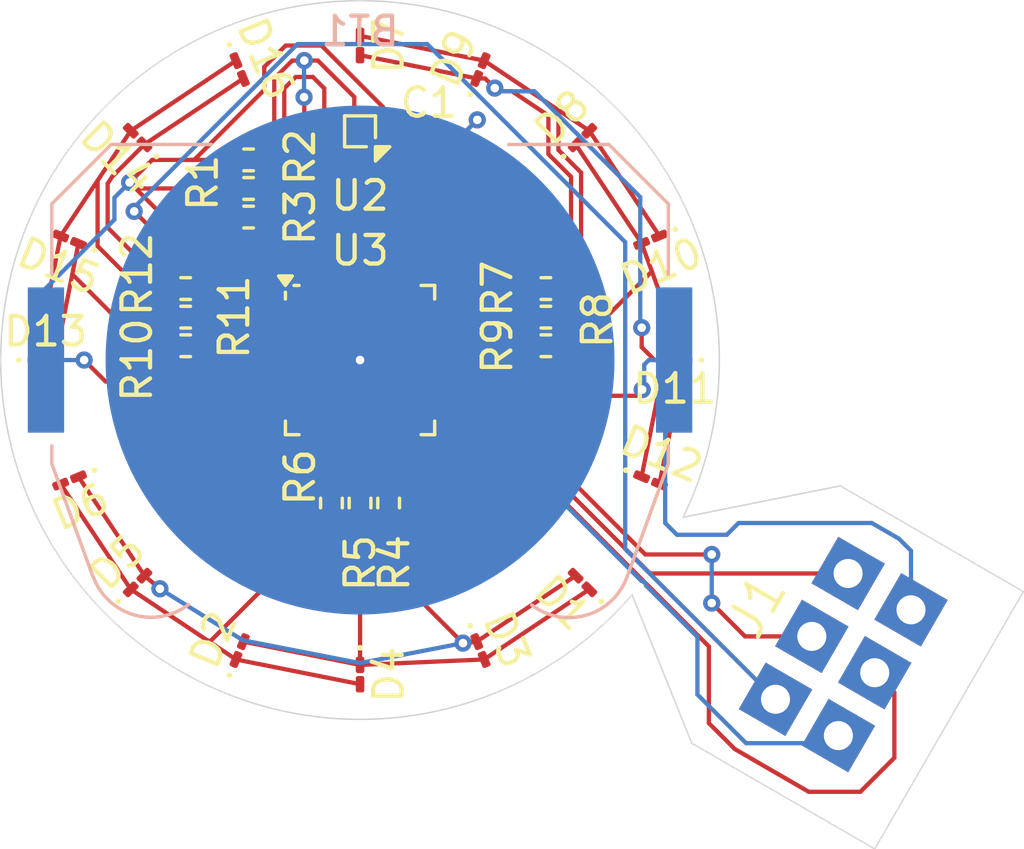
<source format=kicad_pcb>
(kicad_pcb (version 20241229) (generator "pcbnew") (generator_version "9.0")
  (layers (0 "F.Cu" signal) (2 "B.Cu" signal) (13 "F.Paste" user) (15 "B.Paste" user) (5 "F.SilkS" user "F.Silkscreen") (7 "B.SilkS" user "B.Silkscreen") (1 "F.Mask" user) (3 "B.Mask" user) (25 "Edge.Cuts" user))
  (net 0 "")
  (net 1 "GND")
  (net 2 "+3V0")
  (net 3 "Net-(D1-K)")
  (net 4 "Net-(D1-A)")
  (net 5 "Net-(D2-K)")
  (net 6 "Net-(D11-A)")
  (net 7 "Net-(D10-K)")
  (net 8 "Net-(D10-A)")
  (net 9 "Net-(D13-A)")
  (net 10 "Net-(D13-K)")
  (net 11 "Net-(D14-K)")
  (net 12 "/Reset")
  (net 13 "/Mosi")
  (net 14 "/Sck")
  (net 15 "/Miso")
  (net 16 "Net-(U2-SCL)")
  (net 17 "Net-(U2-SDA)")
  (net 18 "/CP3")
  (net 19 "/CP2")
  (net 20 "/CP1")
  (net 21 "/CP6")
  (net 22 "/CP5")
  (net 23 "/CP4")
  (net 24 "/CP9")
  (net 25 "/CP8")
  (net 26 "/CP7")
  (footprint "Package_DFN_QFN:QFN-32-1EP_5x5mm_P0.5mm_EP3.1x3.1mm" (layer "F.Cu") (at 100 100)
    (property "Reference" "U3" (at 0 -3.83 0) (layer "F.SilkS"))
    (property "Value" "ATmega328P-M")
    (fp_line (start -2.61 -2.135) (end -2.61 -2.37) (stroke (width 0.12)) (layer "F.SilkS"))
    (fp_line (start -2.61 2.61) (end -2.61 2.135) (stroke (width 0.12)) (layer "F.SilkS"))
    (fp_line (start -2.135 -2.61) (end -2.31 -2.61) (stroke (width 0.12)) (layer "F.SilkS"))
    (fp_line (start -2.135 2.61) (end -2.61 2.61) (stroke (width 0.12)) (layer "F.SilkS"))
    (fp_line (start 2.135 -2.61) (end 2.61 -2.61) (stroke (width 0.12)) (layer "F.SilkS"))
    (fp_line (start 2.135 2.61) (end 2.61 2.61) (stroke (width 0.12)) (layer "F.SilkS"))
    (fp_line (start 2.61 -2.61) (end 2.61 -2.135) (stroke (width 0.12)) (layer "F.SilkS"))
    (fp_line (start 2.61 2.61) (end 2.61 2.135) (stroke (width 0.12)) (layer "F.SilkS"))
    (fp_poly (pts (xy -2.61 -2.61) (xy -2.85 -2.94) (xy -2.37 -2.94)) (stroke (width 0.12)) (fill yes) (layer "F.SilkS"))
    (pad "1" smd roundrect (at -2.4375 -1.75) (size 0.875 0.25) (layers "F.Cu" "F.Mask" "F.Paste"))
    (pad "2" smd roundrect (at -2.4375 -1.25) (size 0.875 0.25) (layers "F.Cu" "F.Mask" "F.Paste"))
    (pad "3" smd roundrect (at -2.4375 -0.75) (size 0.875 0.25) (layers "F.Cu" "F.Mask" "F.Paste") (net 1 "GND"))
    (pad "4" smd roundrect (at -2.4375 -0.25) (size 0.875 0.25) (layers "F.Cu" "F.Mask" "F.Paste") (net 2 "+3V0"))
    (pad "5" smd roundrect (at -2.4375 0.25) (size 0.875 0.25) (layers "F.Cu" "F.Mask" "F.Paste") (net 1 "GND"))
    (pad "6" smd roundrect (at -2.4375 0.75) (size 0.875 0.25) (layers "F.Cu" "F.Mask" "F.Paste") (net 2 "+3V0"))
    (pad "7" smd roundrect (at -2.4375 1.25) (size 0.875 0.25) (layers "F.Cu" "F.Mask" "F.Paste"))
    (pad "8" smd roundrect (at -2.4375 1.75) (size 0.875 0.25) (layers "F.Cu" "F.Mask" "F.Paste"))
    (pad "9" smd roundrect (at -1.75 2.4375) (size 0.25 0.875) (layers "F.Cu" "F.Mask" "F.Paste") (net 20 "/CP1"))
    (pad "10" smd roundrect (at -1.25 2.4375) (size 0.25 0.875) (layers "F.Cu" "F.Mask" "F.Paste") (net 19 "/CP2"))
    (pad "11" smd roundrect (at -0.75 2.4375) (size 0.25 0.875) (layers "F.Cu" "F.Mask" "F.Paste") (net 18 "/CP3"))
    (pad "12" smd roundrect (at -0.25 2.4375) (size 0.25 0.875) (layers "F.Cu" "F.Mask" "F.Paste"))
    (pad "13" smd roundrect (at 0.25 2.4375) (size 0.25 0.875) (layers "F.Cu" "F.Mask" "F.Paste"))
    (pad "14" smd roundrect (at 0.75 2.4375) (size 0.25 0.875) (layers "F.Cu" "F.Mask" "F.Paste"))
    (pad "15" smd roundrect (at 1.25 2.4375) (size 0.25 0.875) (layers "F.Cu" "F.Mask" "F.Paste") (net 13 "/Mosi"))
    (pad "16" smd roundrect (at 1.75 2.4375) (size 0.25 0.875) (layers "F.Cu" "F.Mask" "F.Paste") (net 15 "/Miso"))
    (pad "17" smd roundrect (at 2.4375 1.75) (size 0.875 0.25) (layers "F.Cu" "F.Mask" "F.Paste") (net 14 "/Sck"))
    (pad "18" smd roundrect (at 2.4375 1.25) (size 0.875 0.25) (layers "F.Cu" "F.Mask" "F.Paste") (net 2 "+3V0"))
    (pad "19" smd roundrect (at 2.4375 0.75) (size 0.875 0.25) (layers "F.Cu" "F.Mask" "F.Paste"))
    (pad "20" smd roundrect (at 2.4375 0.25) (size 0.875 0.25) (layers "F.Cu" "F.Mask" "F.Paste"))
    (pad "21" smd roundrect (at 2.4375 -0.25) (size 0.875 0.25) (layers "F.Cu" "F.Mask" "F.Paste") (net 1 "GND"))
    (pad "22" smd roundrect (at 2.4375 -0.75) (size 0.875 0.25) (layers "F.Cu" "F.Mask" "F.Paste"))
    (pad "23" smd roundrect (at 2.4375 -1.25) (size 0.875 0.25) (layers "F.Cu" "F.Mask" "F.Paste") (net 23 "/CP4"))
    (pad "24" smd roundrect (at 2.4375 -1.75) (size 0.875 0.25) (layers "F.Cu" "F.Mask" "F.Paste") (net 22 "/CP5"))
    (pad "25" smd roundrect (at 1.75 -2.4375) (size 0.25 0.875) (layers "F.Cu" "F.Mask" "F.Paste") (net 21 "/CP6"))
    (pad "26" smd roundrect (at 1.25 -2.4375) (size 0.25 0.875) (layers "F.Cu" "F.Mask" "F.Paste"))
    (pad "27" smd roundrect (at 0.75 -2.4375) (size 0.25 0.875) (layers "F.Cu" "F.Mask" "F.Paste") (net 17 "Net-(U2-SDA)"))
    (pad "28" smd roundrect (at 0.25 -2.4375) (size 0.25 0.875) (layers "F.Cu" "F.Mask" "F.Paste") (net 16 "Net-(U2-SCL)"))
    (pad "29" smd roundrect (at -0.25 -2.4375) (size 0.25 0.875) (layers "F.Cu" "F.Mask" "F.Paste") (net 12 "/Reset"))
    (pad "30" smd roundrect (at -0.75 -2.4375) (size 0.25 0.875) (layers "F.Cu" "F.Mask" "F.Paste") (net 26 "/CP7"))
    (pad "31" smd roundrect (at -1.25 -2.4375) (size 0.25 0.875) (layers "F.Cu" "F.Mask" "F.Paste") (net 25 "/CP8"))
    (pad "32" smd roundrect (at -1.75 -2.4375) (size 0.25 0.875) (layers "F.Cu" "F.Mask" "F.Paste") (net 24 "/CP9"))
    (pad "33" smd rect (at 0 0) (size 3.1 3.1) (property pad_prop_heatsink) (layers "F.Cu" "F.Mask") (net 1 "GND"))
  )
  (footprint "LED_SMD:LED_01005_0402Metric_Pad0.57x0.30mm_HandSolder" (layer "F.Cu") (at 89.84 95.79 157.5)
    (property "Reference" "D15" (at -0.000001 -1 157.5) (layer "F.SilkS"))
    (property "Value" "LED")
    (fp_circle (center -0.935 0) (end -0.885 0) (stroke (width 0.1)) (fill no) (layer "F.SilkS"))
    (pad "1" smd roundrect (at -0.3375 0 157.5) (size 0.575 0.3) (layers "F.Cu" "F.Mask") (net 9 "Net-(D13-A)"))
    (pad "2" smd roundrect (at 0.3375 0 157.5) (size 0.575 0.3) (layers "F.Cu" "F.Mask") (net 10 "Net-(D13-K)"))
  )
  (footprint "LED_SMD:LED_01005_0402Metric_Pad0.57x0.30mm_HandSolder" (layer "F.Cu") (at 104.21 110.16 -67.5)
    (property "Reference" "D3" (at 0.000001 -1 112.5) (layer "F.SilkS"))
    (property "Value" "LED")
    (fp_circle (center -0.935 0) (end -0.885 0) (stroke (width 0.1)) (fill no) (layer "F.SilkS"))
    (pad "1" smd roundrect (at -0.3375 0 292.5) (size 0.575 0.3) (layers "F.Cu" "F.Mask") (net 4 "Net-(D1-A)"))
    (pad "2" smd roundrect (at 0.3375 0 292.5) (size 0.575 0.3) (layers "F.Cu" "F.Mask") (net 3 "Net-(D1-K)"))
  )
  (footprint "LED_SMD:LED_01005_0402Metric_Pad0.57x0.30mm_HandSolder" (layer "F.Cu") (at 110.16 104.21 -22.5)
    (property "Reference" "D12" (at -0.000001 -1 157.5) (layer "F.SilkS"))
    (property "Value" "LED")
    (fp_circle (center -0.935 0) (end -0.885 0) (stroke (width 0.1)) (fill no) (layer "F.SilkS"))
    (pad "1" smd roundrect (at -0.3375 0 337.5) (size 0.575 0.3) (layers "F.Cu" "F.Mask") (net 6 "Net-(D11-A)"))
    (pad "2" smd roundrect (at 0.3375 0 337.5) (size 0.575 0.3) (layers "F.Cu" "F.Mask") (net 8 "Net-(D10-A)"))
  )
  (footprint "Resistor_SMD:R_0402_1005Metric_Pad0.72x0.64mm_HandSolder" (layer "F.Cu") (at 106.5 97.5 180)
    (property "Reference" "R7" (at 1.7 0 90) (layer "F.SilkS"))
    (property "Value" "120Ω")
    (fp_line (start -0.167621 0.38) (end 0.167621 0.38) (stroke (width 0.12)) (layer "F.SilkS"))
    (fp_line (start -0.167621 -0.38) (end 0.167621 -0.38) (stroke (width 0.12)) (layer "F.SilkS"))
    (pad "1" smd roundrect (at -0.5975 0 180) (size 0.715 0.64) (layers "F.Cu" "F.Mask" "F.Paste") (net 6 "Net-(D11-A)"))
    (pad "2" smd roundrect (at 0.5975 0 180) (size 0.715 0.64) (layers "F.Cu" "F.Mask" "F.Paste") (net 21 "/CP6"))
  )
  (footprint "LED_SMD:LED_01005_0402Metric_Pad0.57x0.30mm_HandSolder" (layer "F.Cu") (at 89.84 104.21 -157.5)
    (property "Reference" "D6" (at 0.000001 -1 22.5) (layer "F.SilkS"))
    (property "Value" "LED")
    (fp_circle (center -0.935 0) (end -0.885 0) (stroke (width 0.1)) (fill no) (layer "F.SilkS"))
    (pad "1" smd roundrect (at -0.3375 0 202.5) (size 0.575 0.3) (layers "F.Cu" "F.Mask") (net 4 "Net-(D1-A)"))
    (pad "2" smd roundrect (at 0.3375 0 202.5) (size 0.575 0.3) (layers "F.Cu" "F.Mask") (net 5 "Net-(D2-K)"))
  )
  (footprint "LED_SMD:LED_01005_0402Metric_Pad0.57x0.30mm_HandSolder" (layer "F.Cu") (at 111 100 180)
    (property "Reference" "D11" (at 0 -1 0) (layer "F.SilkS"))
    (property "Value" "LED")
    (fp_circle (center -0.935 0) (end -0.885 0) (stroke (width 0.1)) (fill no) (layer "F.SilkS"))
    (pad "1" smd roundrect (at -0.3375 0 180) (size 0.575 0.3) (layers "F.Cu" "F.Mask") (net 8 "Net-(D10-A)"))
    (pad "2" smd roundrect (at 0.3375 0 180) (size 0.575 0.3) (layers "F.Cu" "F.Mask") (net 6 "Net-(D11-A)"))
  )
  (footprint "LED_SMD:LED_01005_0402Metric_Pad0.57x0.30mm_HandSolder" (layer "F.Cu") (at 100 89 -90)
    (property "Reference" "D7" (at 0 -1 90) (layer "F.SilkS"))
    (property "Value" "LED")
    (fp_circle (center -0.935 0) (end -0.885 0) (stroke (width 0.1)) (fill no) (layer "F.SilkS"))
    (pad "1" smd roundrect (at -0.3375 0 270) (size 0.575 0.3) (layers "F.Cu" "F.Mask") (net 7 "Net-(D10-K)"))
    (pad "2" smd roundrect (at 0.3375 0 270) (size 0.575 0.3) (layers "F.Cu" "F.Mask") (net 6 "Net-(D11-A)"))
  )
  (footprint "LED_SMD:LED_01005_0402Metric_Pad0.57x0.30mm_HandSolder" (layer "F.Cu") (at 89 100)
    (property "Reference" "D13" (at 0 -1 0) (layer "F.SilkS"))
    (property "Value" "LED")
    (fp_circle (center -0.935 0) (end -0.885 0) (stroke (width 0.1)) (fill no) (layer "F.SilkS"))
    (pad "1" smd roundrect (at -0.3375 0) (size 0.575 0.3) (layers "F.Cu" "F.Mask") (net 10 "Net-(D13-K)"))
    (pad "2" smd roundrect (at 0.3375 0) (size 0.575 0.3) (layers "F.Cu" "F.Mask") (net 9 "Net-(D13-A)"))
  )
  (footprint "LED_SMD:LED_01005_0402Metric_Pad0.57x0.30mm_HandSolder" (layer "F.Cu") (at 107.78 92.22 45)
    (property "Reference" "D8" (at 0 -1 45) (layer "F.SilkS"))
    (property "Value" "LED")
    (fp_circle (center -0.935 0) (end -0.885001 0) (stroke (width 0.1)) (fill no) (layer "F.SilkS"))
    (pad "1" smd roundrect (at -0.337501 0 45) (size 0.575 0.3) (layers "F.Cu" "F.Mask") (net 8 "Net-(D10-A)"))
    (pad "2" smd roundrect (at 0.337501 0 45) (size 0.575 0.3) (layers "F.Cu" "F.Mask") (net 7 "Net-(D10-K)"))
  )
  (footprint "Resistor_SMD:R_0402_1005Metric_Pad0.72x0.64mm_HandSolder" (layer "F.Cu") (at 96.1025 94 180)
    (property "Reference" "R1" (at 1.6025 0.2 90) (layer "F.SilkS"))
    (property "Value" "10KΩ")
    (fp_line (start -0.167621 0.38) (end 0.167621 0.38) (stroke (width 0.12)) (layer "F.SilkS"))
    (fp_line (start -0.167621 -0.38) (end 0.167621 -0.38) (stroke (width 0.12)) (layer "F.SilkS"))
    (pad "1" smd roundrect (at -0.5975 0 180) (size 0.715 0.64) (layers "F.Cu" "F.Mask" "F.Paste") (net 16 "Net-(U2-SCL)"))
    (pad "2" smd roundrect (at 0.5975 0 180) (size 0.715 0.64) (layers "F.Cu" "F.Mask" "F.Paste") (net 2 "+3V0"))
  )
  (footprint "Resistor_SMD:R_0402_1005Metric_Pad0.72x0.64mm_HandSolder" (layer "F.Cu") (at 100 105 90)
    (property "Reference" "R5" (at -2.1 0 90) (layer "F.SilkS"))
    (property "Value" "120Ω")
    (fp_line (start -0.167621 -0.38) (end 0.167621 -0.38) (stroke (width 0.12)) (layer "F.SilkS"))
    (fp_line (start -0.167621 0.38) (end 0.167621 0.38) (stroke (width 0.12)) (layer "F.SilkS"))
    (pad "1" smd roundrect (at -0.5975 0 90) (size 0.715 0.64) (layers "F.Cu" "F.Mask" "F.Paste") (net 3 "Net-(D1-K)"))
    (pad "2" smd roundrect (at 0.5975 0 90) (size 0.715 0.64) (layers "F.Cu" "F.Mask" "F.Paste") (net 19 "/CP2"))
  )
  (footprint "Resistor_SMD:R_0402_1005Metric_Pad0.72x0.64mm_HandSolder" (layer "F.Cu") (at 93.9025 99.5)
    (property "Reference" "R10" (at -1.7025 0.5 90) (layer "F.SilkS"))
    (property "Value" "120Ω")
    (fp_line (start -0.167621 -0.38) (end 0.167621 -0.38) (stroke (width 0.12)) (layer "F.SilkS"))
    (fp_line (start -0.167621 0.38) (end 0.167621 0.38) (stroke (width 0.12)) (layer "F.SilkS"))
    (pad "1" smd roundrect (at -0.5975 0) (size 0.715 0.64) (layers "F.Cu" "F.Mask" "F.Paste") (net 9 "Net-(D13-A)"))
    (pad "2" smd roundrect (at 0.5975 0) (size 0.715 0.64) (layers "F.Cu" "F.Mask" "F.Paste") (net 24 "/CP9"))
  )
  (footprint "LED_SMD:LED_01005_0402Metric_Pad0.57x0.30mm_HandSolder" (layer "F.Cu") (at 92.22 107.78 45)
    (property "Reference" "D5" (at 0 -1 45) (layer "F.SilkS"))
    (property "Value" "LED")
    (fp_circle (center -0.935 0) (end -0.885001 0) (stroke (width 0.1)) (fill no) (layer "F.SilkS"))
    (pad "1" smd roundrect (at -0.337501 0 45) (size 0.575 0.3) (layers "F.Cu" "F.Mask") (net 5 "Net-(D2-K)"))
    (pad "2" smd roundrect (at 0.337501 0 45) (size 0.575 0.3) (layers "F.Cu" "F.Mask") (net 4 "Net-(D1-A)"))
  )
  (footprint "Package_BGA:WLP-4_0.86x0.86mm_P0.4mm" (layer "F.Cu") (at 100 92 180)
    (property "Reference" "U2" (at 0 -2.25 0) (layer "F.SilkS"))
    (property "Value" "MMC5633NJL" (hide yes))
    (fp_line (start 0.54 0.54) (end 0.54 -0.54) (stroke (width 0.12)) (layer "F.SilkS"))
    (fp_line (start -0.22 -0.54) (end 0.54 -0.54) (stroke (width 0.12)) (layer "F.SilkS"))
    (fp_line (start -0.54 0.54) (end 0.54 0.54) (stroke (width 0.12)) (layer "F.SilkS"))
    (fp_line (start -0.54 -0.22) (end -0.54 0.54) (stroke (width 0.12)) (layer "F.SilkS"))
    (fp_poly (pts (xy -0.54 -0.54) (xy -1.04 -0.54) (xy -0.54 -1.04) (xy -0.54 -0.54)) (stroke (width 0.12)) (fill yes) (layer "F.SilkS"))
    (pad "A1" smd circle (at -0.2 -0.2 180) (size 0.25 0.25) (property pad_prop_bga) (layers "F.Cu" "F.Mask" "F.Paste") (net 1 "GND"))
    (pad "A2" smd circle (at 0.2 -0.2 180) (size 0.25 0.25) (property pad_prop_bga) (layers "F.Cu" "F.Mask" "F.Paste") (net 16 "Net-(U2-SCL)"))
    (pad "B1" smd circle (at -0.2 0.2 180) (size 0.25 0.25) (property pad_prop_bga) (layers "F.Cu" "F.Mask" "F.Paste") (net 2 "+3V0"))
    (pad "B2" smd circle (at 0.2 0.2 180) (size 0.25 0.25) (property pad_prop_bga) (layers "F.Cu" "F.Mask" "F.Paste") (net 17 "Net-(U2-SDA)"))
  )
  (footprint "LED_SMD:LED_01005_0402Metric_Pad0.57x0.30mm_HandSolder" (layer "F.Cu") (at 107.78 107.78 135)
    (property "Reference" "D1" (at 0 -1 135) (layer "F.SilkS"))
    (property "Value" "LED")
    (fp_circle (center -0.935 0) (end -0.885001 0) (stroke (width 0.1)) (fill no) (layer "F.SilkS"))
    (pad "1" smd roundrect (at -0.337501 0 135) (size 0.575 0.3) (layers "F.Cu" "F.Mask") (net 3 "Net-(D1-K)"))
    (pad "2" smd roundrect (at 0.337501 0 135) (size 0.575 0.3) (layers "F.Cu" "F.Mask") (net 4 "Net-(D1-A)"))
  )
  (footprint "Resistor_SMD:R_0402_1005Metric_Pad0.72x0.64mm_HandSolder" (layer "F.Cu") (at 106.5 98.5 180)
    (property "Reference" "R8" (at -1.8 -0.1 90) (layer "F.SilkS"))
    (property "Value" "120Ω")
    (fp_line (start -0.167621 0.38) (end 0.167621 0.38) (stroke (width 0.12)) (layer "F.SilkS"))
    (fp_line (start -0.167621 -0.38) (end 0.167621 -0.38) (stroke (width 0.12)) (layer "F.SilkS"))
    (pad "1" smd roundrect (at -0.5975 0 180) (size 0.715 0.64) (layers "F.Cu" "F.Mask" "F.Paste") (net 7 "Net-(D10-K)"))
    (pad "2" smd roundrect (at 0.5975 0 180) (size 0.715 0.64) (layers "F.Cu" "F.Mask" "F.Paste") (net 22 "/CP5"))
  )
  (footprint "Resistor_SMD:R_0402_1005Metric_Pad0.72x0.64mm_HandSolder" (layer "F.Cu") (at 93.9025 98.5)
    (property "Reference" "R11" (at 1.6975 0 90) (layer "F.SilkS"))
    (property "Value" "120Ω")
    (fp_line (start -0.167621 -0.38) (end 0.167621 -0.38) (stroke (width 0.12)) (layer "F.SilkS"))
    (fp_line (start -0.167621 0.38) (end 0.167621 0.38) (stroke (width 0.12)) (layer "F.SilkS"))
    (pad "1" smd roundrect (at -0.5975 0) (size 0.715 0.64) (layers "F.Cu" "F.Mask" "F.Paste") (net 10 "Net-(D13-K)"))
    (pad "2" smd roundrect (at 0.5975 0) (size 0.715 0.64) (layers "F.Cu" "F.Mask" "F.Paste") (net 25 "/CP8"))
  )
  (footprint "LED_SMD:LED_01005_0402Metric_Pad0.57x0.30mm_HandSolder" (layer "F.Cu") (at 100 111 -90)
    (property "Reference" "D4" (at 0 -1 90) (layer "F.SilkS"))
    (property "Value" "LED")
    (fp_circle (center -0.935 0) (end -0.885 0) (stroke (width 0.1)) (fill no) (layer "F.SilkS"))
    (pad "1" smd roundrect (at -0.3375 0 270) (size 0.575 0.3) (layers "F.Cu" "F.Mask") (net 3 "Net-(D1-K)"))
    (pad "2" smd roundrect (at 0.3375 0 270) (size 0.575 0.3) (layers "F.Cu" "F.Mask") (net 5 "Net-(D2-K)"))
  )
  (footprint "LED_SMD:LED_01005_0402Metric_Pad0.57x0.30mm_HandSolder" (layer "F.Cu") (at 92.22 92.22 135)
    (property "Reference" "D14" (at 0 -1 135) (layer "F.SilkS"))
    (property "Value" "LED")
    (fp_circle (center -0.935 0) (end -0.885001 0) (stroke (width 0.1)) (fill no) (layer "F.SilkS"))
    (pad "1" smd roundrect (at -0.337501 0 135) (size 0.575 0.3) (layers "F.Cu" "F.Mask") (net 11 "Net-(D14-K)"))
    (pad "2" smd roundrect (at 0.337501 0 135) (size 0.575 0.3) (layers "F.Cu" "F.Mask") (net 10 "Net-(D13-K)"))
  )
  (footprint "Resistor_SMD:R_0402_1005Metric_Pad0.72x0.64mm_HandSolder" (layer "F.Cu") (at 93.9025 97.5)
    (property "Reference" "R12" (at -1.7025 -0.5 90) (layer "F.SilkS"))
    (property "Value" "120Ω")
    (fp_line (start -0.167621 -0.38) (end 0.167621 -0.38) (stroke (width 0.12)) (layer "F.SilkS"))
    (fp_line (start -0.167621 0.38) (end 0.167621 0.38) (stroke (width 0.12)) (layer "F.SilkS"))
    (pad "1" smd roundrect (at -0.5975 0) (size 0.715 0.64) (layers "F.Cu" "F.Mask" "F.Paste") (net 11 "Net-(D14-K)"))
    (pad "2" smd roundrect (at 0.5975 0) (size 0.715 0.64) (layers "F.Cu" "F.Mask" "F.Paste") (net 26 "/CP7"))
  )
  (footprint "Resistor_SMD:R_0402_1005Metric_Pad0.72x0.64mm_HandSolder" (layer "F.Cu") (at 99 105 90)
    (property "Reference" "R6" (at 0.9 -1.1 270) (layer "F.SilkS"))
    (property "Value" "120Ω")
    (fp_line (start -0.167621 -0.38) (end 0.167621 -0.38) (stroke (width 0.12)) (layer "F.SilkS"))
    (fp_line (start -0.167621 0.38) (end 0.167621 0.38) (stroke (width 0.12)) (layer "F.SilkS"))
    (pad "1" smd roundrect (at -0.5975 0 90) (size 0.715 0.64) (layers "F.Cu" "F.Mask" "F.Paste") (net 5 "Net-(D2-K)"))
    (pad "2" smd roundrect (at 0.5975 0 90) (size 0.715 0.64) (layers "F.Cu" "F.Mask" "F.Paste") (net 20 "/CP1"))
  )
  (footprint "LED_SMD:LED_01005_0402Metric_Pad0.57x0.30mm_HandSolder" (layer "F.Cu") (at 104.21 89.84 67.5)
    (property "Reference" "D9" (at 0 -1.000001 67.5) (layer "F.SilkS"))
    (property "Value" "LED")
    (fp_circle (center -0.935 0) (end -0.884999 0.000001) (stroke (width 0.1)) (fill no) (layer "F.SilkS"))
    (pad "1" smd roundrect (at -0.337499 0 67.5) (size 0.575 0.3) (layers "F.Cu" "F.Mask") (net 6 "Net-(D11-A)"))
    (pad "2" smd roundrect (at 0.337499 0 67.5) (size 0.575 0.3) (layers "F.Cu" "F.Mask") (net 7 "Net-(D10-K)"))
  )
  (footprint "LED_SMD:LED_01005_0402Metric_Pad0.57x0.30mm_HandSolder" (layer "F.Cu") (at 110.16 95.79 -157.5)
    (property "Reference" "D10" (at 0.000001 -1 22.5) (layer "F.SilkS"))
    (property "Value" "LED")
    (fp_circle (center -0.935 0) (end -0.885 0) (stroke (width 0.1)) (fill no) (layer "F.SilkS"))
    (pad "1" smd roundrect (at -0.3375 0 202.5) (size 0.575 0.3) (layers "F.Cu" "F.Mask") (net 7 "Net-(D10-K)"))
    (pad "2" smd roundrect (at 0.3375 0 202.5) (size 0.575 0.3) (layers "F.Cu" "F.Mask") (net 8 "Net-(D10-A)"))
  )
  (footprint "Resistor_SMD:R_0402_1005Metric_Pad0.72x0.64mm_HandSolder" (layer "F.Cu") (at 101 105 90)
    (property "Reference" "R4" (at -2.1 0.2 90) (layer "F.SilkS"))
    (property "Value" "120Ω")
    (fp_line (start -0.167621 -0.38) (end 0.167621 -0.38) (stroke (width 0.12)) (layer "F.SilkS"))
    (fp_line (start -0.167621 0.38) (end 0.167621 0.38) (stroke (width 0.12)) (layer "F.SilkS"))
    (pad "1" smd roundrect (at -0.5975 0 90) (size 0.715 0.64) (layers "F.Cu" "F.Mask" "F.Paste") (net 4 "Net-(D1-A)"))
    (pad "2" smd roundrect (at 0.5975 0 90) (size 0.715 0.64) (layers "F.Cu" "F.Mask" "F.Paste") (net 18 "/CP3"))
  )
  (footprint "LED_SMD:LED_01005_0402Metric_Pad0.57x0.30mm_HandSolder" (layer "F.Cu") (at 95.79 89.84 -67.5)
    (property "Reference" "D16" (at 0.000001 -1 112.5) (layer "F.SilkS"))
    (property "Value" "LED")
    (fp_circle (center -0.935 0) (end -0.885 0) (stroke (width 0.1)) (fill no) (layer "F.SilkS"))
    (pad "1" smd roundrect (at -0.3375 0 292.5) (size 0.575 0.3) (layers "F.Cu" "F.Mask") (net 10 "Net-(D13-K)"))
    (pad "2" smd roundrect (at 0.3375 0 292.5) (size 0.575 0.3) (layers "F.Cu" "F.Mask") (net 11 "Net-(D14-K)"))
  )
  (footprint "Resistor_SMD:R_0402_1005Metric_Pad0.72x0.64mm_HandSolder" (layer "F.Cu") (at 96.1025 93 180)
    (property "Reference" "R2" (at -1.7975 0.1 90) (layer "F.SilkS"))
    (property "Value" "10KΩ")
    (fp_line (start -0.167621 0.38) (end 0.167621 0.38) (stroke (width 0.12)) (layer "F.SilkS"))
    (fp_line (start -0.167621 -0.38) (end 0.167621 -0.38) (stroke (width 0.12)) (layer "F.SilkS"))
    (pad "1" smd roundrect (at -0.5975 0 180) (size 0.715 0.64) (layers "F.Cu" "F.Mask" "F.Paste") (net 17 "Net-(U2-SDA)"))
    (pad "2" smd roundrect (at 0.5975 0 180) (size 0.715 0.64) (layers "F.Cu" "F.Mask" "F.Paste") (net 2 "+3V0"))
  )
  (footprint "LED_SMD:LED_01005_0402Metric_Pad0.57x0.30mm_HandSolder" (layer "F.Cu") (at 95.79 110.16 67.5)
    (property "Reference" "D2" (at -0.000001 -1 67.5) (layer "F.SilkS"))
    (property "Value" "LED")
    (fp_circle (center -0.935 0) (end -0.885 0) (stroke (width 0.1)) (fill no) (layer "F.SilkS"))
    (pad "1" smd roundrect (at -0.3375 0 67.5) (size 0.575 0.3) (layers "F.Cu" "F.Mask") (net 5 "Net-(D2-K)"))
    (pad "2" smd roundrect (at 0.3375 0 67.5) (size 0.575 0.3) (layers "F.Cu" "F.Mask") (net 3 "Net-(D1-K)"))
  )
  (footprint "Resistor_SMD:R_0402_1005Metric_Pad0.72x0.64mm_HandSolder" (layer "F.Cu") (at 106.5 99.5 180)
    (property "Reference" "R9" (at 1.7 0 90) (layer "F.SilkS"))
    (property "Value" "120Ω")
    (fp_line (start -0.167621 0.38) (end 0.167621 0.38) (stroke (width 0.12)) (layer "F.SilkS"))
    (fp_line (start -0.167621 -0.38) (end 0.167621 -0.38) (stroke (width 0.12)) (layer "F.SilkS"))
    (pad "1" smd roundrect (at -0.5975 0 180) (size 0.715 0.64) (layers "F.Cu" "F.Mask" "F.Paste") (net 8 "Net-(D10-A)"))
    (pad "2" smd roundrect (at 0.5975 0 180) (size 0.715 0.64) (layers "F.Cu" "F.Mask" "F.Paste") (net 23 "/CP4"))
  )
  (footprint "Custom Library:2X3-NS" (layer "F.Cu") (at 116.9 110.3 -120)
    (property "Reference" "J1" (at 0.04 3.48 60) (layer "F.SilkS") (effects (font (size 1.27 1.27))))
    (property "Value" "AVR_SPI_PRG_6NS")
    (pad "1" thru_hole rect (at -2.540001 1.27 240) (size 1.8796 1.8796) (drill 1.016) (layers "*.Cu" "*.Mask") (net 15 "/Miso"))
    (pad "2" thru_hole rect (at -2.54 -1.27 240) (size 1.8796 1.8796) (drill 1.016) (layers "*.Cu" "*.Mask") (net 2 "+3V0"))
    (pad "3" thru_hole rect (at 0 1.270001 240) (size 1.8796 1.8796) (drill 1.016) (layers "*.Cu" "*.Mask") (net 14 "/Sck"))
    (pad "4" thru_hole rect (at 0 -1.270001 240) (size 1.8796 1.8796) (drill 1.016) (layers "*.Cu" "*.Mask") (net 13 "/Mosi"))
    (pad "5" thru_hole rect (at 2.54 1.27 240) (size 1.8796 1.8796) (drill 1.016) (layers "*.Cu" "*.Mask") (net 12 "/Reset"))
    (pad "6" thru_hole rect (at 2.540001 -1.27 240) (size 1.8796 1.8796) (drill 1.016) (layers "*.Cu" "*.Mask") (net 1 "GND"))
  )
  (footprint "Resistor_SMD:R_0402_1005Metric_Pad0.72x0.64mm_HandSolder" (layer "F.Cu") (at 96.1025 95 180)
    (property "Reference" "R3" (at -1.7975 0 90) (layer "F.SilkS"))
    (property "Value" "10KΩ")
    (fp_line (start -0.167621 0.38) (end 0.167621 0.38) (stroke (width 0.12)) (layer "F.SilkS"))
    (fp_line (start -0.167621 -0.38) (end 0.167621 -0.38) (stroke (width 0.12)) (layer "F.SilkS"))
    (pad "1" smd roundrect (at -0.5975 0 180) (size 0.715 0.64) (layers "F.Cu" "F.Mask" "F.Paste") (net 12 "/Reset"))
    (pad "2" smd roundrect (at 0.5975 0 180) (size 0.715 0.64) (layers "F.Cu" "F.Mask" "F.Paste") (net 2 "+3V0"))
  )
  (footprint "Capacitor_SMD:C_01005_0402Metric_Pad0.57x0.30mm_HandSolder" (layer "F.Cu") (at 102.4 92)
    (property "Reference" "C1" (at 0 -1 0) (layer "F.SilkS"))
    (property "Value" "2.2µF")
    (pad "1" smd roundrect (at -0.3375 0) (size 0.575 0.3) (layers "F.Cu" "F.Mask") (net 2 "+3V0"))
    (pad "2" smd roundrect (at 0.3375 0) (size 0.575 0.3) (layers "F.Cu" "F.Mask") (net 1 "GND"))
  )
  (footprint "Battery:BatteryHolder_Keystone_3034_1x20mm" (layer "B.Cu") (at 100 100 180)
    (property "Reference" "BT1" (at 0 11.5 0) (layer "B.SilkS") (effects (justify mirror)))
    (property "Value" "Battery_Cell")
    (fp_line (start 10.78 5.46) (end 10.78 3) (stroke (width 0.12)) (layer "B.SilkS"))
    (fp_line (start 10.78 -3) (end 10.78 -3.63) (stroke (width 0.12)) (layer "B.SilkS"))
    (fp_line (start 10.78 -3.63) (end 9.34 -7.58) (stroke (width 0.12)) (layer "B.SilkS"))
    (fp_line (start 8.7 7.54) (end 10.78 5.46) (stroke (width 0.12)) (layer "B.SilkS"))
    (fp_line (start 8.7 7.54) (end 5.2 7.54) (stroke (width 0.12)) (layer "B.SilkS"))
    (fp_line (start -5.2 7.54) (end -8.7 7.54) (stroke (width 0.12)) (layer "B.SilkS"))
    (fp_line (start -8.7 7.54) (end -10.78 5.46) (stroke (width 0.12)) (layer "B.SilkS"))
    (fp_line (start -10.78 5.46) (end -10.78 3) (stroke (width 0.12)) (layer "B.SilkS"))
    (fp_line (start -10.78 -3) (end -10.78 -3.63) (stroke (width 0.12)) (layer "B.SilkS"))
    (fp_line (start -10.78 -3.63) (end -9.34 -7.58) (stroke (width 0.12)) (layer "B.SilkS"))
    (fp_arc (start 6 -8.55) (mid 7.90634 -8.911669) (end 9.325243 -7.588169) (stroke (width 0.12)) (layer "B.SilkS"))
    (fp_arc (start -9.34 -7.58) (mid -7.921654 -8.918738) (end -6.003354 -8.56653) (stroke (width 0.12)) (layer "B.SilkS"))
    (pad "1" smd rect (at -10.985 0 180) (size 1.27 5.08) (layers "B.Cu" "B.Mask" "B.Paste") (net 2 "+3V0"))
    (pad "1" smd rect (at 10.985 0 180) (size 1.27 5.08) (layers "B.Cu" "B.Mask" "B.Paste") (net 2 "+3V0"))
    (pad "2" smd circle (at 0 0 180) (size 17.8 17.8) (layers "B.Cu" "B.Mask") (net 1 "GND"))
  )
  (gr_line (start 118 117.1) (end 111.6 113.4) (stroke (width 0.05)) (layer "Edge.Cuts"))
  (gr_arc (start 109.513562 108.211707) (mid 89.505267 93.086205) (end 111.3 105.5) (stroke (width 0.05)) (layer "Edge.Cuts"))
  (gr_line (start 111.6 113.4) (end 109.51356 108.211707) (stroke (width 0.05)) (layer "Edge.Cuts"))
  (gr_line (start 111.3 105.499997) (end 116.8 104.4) (stroke (width 0.05)) (layer "Edge.Cuts"))
  (gr_line (start 123.2 108.1) (end 118 117.1) (stroke (width 0.05)) (layer "Edge.Cuts"))
  (gr_line (start 116.8 104.4) (end 123.2 108.1) (stroke (width 0.05)) (layer "Edge.Cuts"))
  (segment (start 100.25 99.75) (end 100 100) (width 0.15) (layer "F.Cu") (net 1))
  (segment (start 99.25 99.25) (end 100 100) (width 0.15) (layer "F.Cu") (net 1))
  (segment (start 102.4375 99.75) (end 100.25 99.75) (width 0.15) (layer "F.Cu") (net 1))
  (segment (start 102.7375 92) (end 103.7 92) (width 0.15) (layer "F.Cu") (net 1))
  (segment (start 97.5625 99.25) (end 99.25 99.25) (width 0.15) (layer "F.Cu") (net 1))
  (segment (start 97.5625 100.25) (end 99.75 100.25) (width 0.15) (layer "F.Cu") (net 1))
  (segment (start 99.75 100.25) (end 100 100) (width 0.15) (layer "F.Cu") (net 1))
  (segment (start 103 92.7) (end 104.1 91.6) (width 0.15) (layer "F.Cu") (net 1))
  (segment (start 100.7 92.7) (end 103 92.7) (width 0.15) (layer "F.Cu") (net 1))
  (segment (start 103.7 92) (end 104.1 91.6) (width 0.15) (layer "F.Cu") (net 1))
  (segment (start 100.2 92.2) (end 100.7 92.7) (width 0.15) (layer "F.Cu") (net 1))
  (via (at 104.1 91.6) (size 0.6) (drill 0.3) (layers "F.Cu" "B.Cu") (net 1))
  (via (at 100 100) (size 0.6) (drill 0.3) (layers "F.Cu" "B.Cu") (net 1))
  (segment (start 110.004721 107.889261) (end 109.958949 107.775441) (width 0.15) (layer "B.Cu") (net 1))
  (segment (start 116.464557 113.4) (end 113.5 113.4) (width 0.15) (layer "B.Cu") (net 1))
  (segment (start 109.840318 107.724858) (end 102.11546 100) (width 0.15) (layer "B.Cu") (net 1))
  (segment (start 104.1 91.6) (end 100 95.7) (width 0.15) (layer "B.Cu") (net 1))
  (segment (start 109.958949 107.775441) (end 109.840318 107.724858) (width 0.15) (layer "B.Cu") (net 1))
  (segment (start 100 95.7) (end 100 100) (width 0.15) (layer "B.Cu") (net 1))
  (segment (start 116.729852 113.134705) (end 116.464557 113.4) (width 0.15) (layer "B.Cu") (net 1))
  (segment (start 113.5 113.4) (end 111.8 111.7) (width 0.15) (layer "B.Cu") (net 1))
  (segment (start 111.8 109.68454) (end 110.004721 107.889261) (width 0.15) (layer "B.Cu") (net 1))
  (segment (start 111.8 111.7) (end 111.8 109.68454) (width 0.15) (layer "B.Cu") (net 1))
  (segment (start 102.11546 100) (end 100 100) (width 0.15) (layer "B.Cu") (net 1))
  (segment (start 91.941398 93.789074) (end 93.152324 95) (width 0.15) (layer "F.Cu") (net 2))
  (segment (start 95.7 100.75) (end 97.5625 100.75) (width 0.15) (layer "F.Cu") (net 2))
  (segment (start 97.5625 99.75) (end 96.7 99.75) (width 0.15) (layer "F.Cu") (net 2))
  (segment (start 90.35 100) (end 91.1 100.75) (width 0.15) (layer "F.Cu") (net 2))
  (segment (start 100.2 91.8) (end 100.8 91.8) (width 0.15) (layer "F.Cu") (net 2))
  (segment (start 100.8 91.8) (end 100.8 91.15) (width 0.15) (layer "F.Cu") (net 2))
  (segment (start 96.65 90.55) (end 94.2 93) (width 0.15) (layer "F.Cu") (net 2))
  (segment (start 96.7 99.75) (end 95.7 100.75) (width 0.15) (layer "F.Cu") (net 2))
  (segment (start 97.4 89) (end 96.65 89.75) (width 0.15) (layer "F.Cu") (net 2))
  (segment (start 94.1 93) (end 92.730472 93) (width 0.15) (layer "F.Cu") (net 2))
  (segment (start 95.505 94) (end 92.152324 94) (width 0.15) (layer "F.Cu") (net 2))
  (segment (start 94.2 93) (end 94.1 93) (width 0.15) (layer "F.Cu") (net 2))
  (segment (start 95.505 93) (end 94.1 93) (width 0.15) (layer "F.Cu") (net 2))
  (segment (start 91.1 100.75) (end 95.7 100.75) (width 0.15) (layer "F.Cu") (net 2))
  (segment (start 109.653924 101.25) (end 109.869812 101.034112) (width 0.15) (layer "F.Cu") (net 2))
  (segment (start 101.8625 91.8) (end 102.0625 92) (width 0.15) (layer "F.Cu") (net 2))
  (segment (start 100.8 91.15) (end 98.65 89) (width 0.15) (layer "F.Cu") (net 2))
  (segment (start 102.4375 101.25) (end 109.653924 101.25) (width 0.15) (layer "F.Cu") (net 2))
  (segment (start 92.730472 93) (end 91.941398 93.789074) (width 0.15) (layer "F.Cu") (net 2))
  (segment (start 96.65 89.75) (end 96.65 90.55) (width 0.15) (layer "F.Cu") (net 2))
  (segment (start 95.505 95) (end 93.152324 95) (width 0.15) (layer "F.Cu") (net 2))
  (segment (start 100.8 91.8) (end 101.8625 91.8) (width 0.15) (layer "F.Cu") (net 2))
  (segment (start 92.152324 94) (end 91.941398 93.789074) (width 0.15) (layer "F.Cu") (net 2))
  (segment (start 98.65 89) (end 97.4 89) (width 0.15) (layer "F.Cu") (net 2))
  (via (at 90.35 100) (size 0.6) (drill 0.3) (layers "F.Cu" "B.Cu") (net 2))
  (via (at 109.869812 101.034112) (size 0.6) (drill 0.3) (layers "F.Cu" "B.Cu") (net 2))
  (via (at 91.941398 93.789074) (size 0.6) (drill 0.3) (layers "F.Cu" "B.Cu") (net 2))
  (segment (start 110.671802 105.697824) (end 110.671802 100.313198) (width 0.15) (layer "B.Cu") (net 2))
  (segment (start 118.851154 106.251154) (end 117.897806 105.7) (width 0.15) (layer "B.Cu") (net 2))
  (segment (start 89.015 97.485) (end 89.015 100) (width 0.15) (layer "B.Cu") (net 2))
  (segment (start 119.269852 106.669852) (end 118.851154 106.251154) (width 0.15) (layer "B.Cu") (net 2))
  (segment (start 112.825425 106.111603) (end 111.085581 106.111603) (width 0.15) (layer "B.Cu") (net 2))
  (segment (start 109.938915 100.965009) (end 109.938915 100.161085) (width 0.15) (layer "B.Cu") (net 2))
  (segment (start 91.941398 93.789074) (end 91.409735 94.320737) (width 0.15) (layer "B.Cu") (net 2))
  (segment (start 109.869812 101.034112) (end 109.938915 100.965009) (width 0.15) (layer "B.Cu") (net 2))
  (segment (start 91.409735 94.320737) (end 91.409735 95.090265) (width 0.15) (layer "B.Cu") (net 2))
  (segment (start 89.015 100) (end 90.35 100) (width 0.15) (layer "B.Cu") (net 2))
  (segment (start 110.671802 105.697824) (end 111.085581 106.111603) (width 0.15) (layer "B.Cu") (net 2))
  (segment (start 109.938915 100.161085) (end 110.1 100) (width 0.15) (layer "B.Cu") (net 2))
  (segment (start 113.237028 105.7) (end 112.825425 106.111603) (width 0.15) (layer "B.Cu") (net 2))
  (segment (start 110.1 100) (end 110.985 100) (width 0.15) (layer "B.Cu") (net 2))
  (segment (start 119.269852 108.735295) (end 119.269852 106.669852) (width 0.15) (layer "B.Cu") (net 2))
  (segment (start 110.671802 100.313198) (end 110.985 100) (width 0.15) (layer "B.Cu") (net 2))
  (segment (start 91.409735 95.090265) (end 89.015 97.485) (width 0.15) (layer "B.Cu") (net 2))
  (segment (start 117.897806 105.7) (end 113.237028 105.7) (width 0.15) (layer "B.Cu") (net 2))
  (segment (start 100 110.6625) (end 104.339156 110.471809) (width 0.15) (layer "F.Cu") (net 3))
  (segment (start 100 105.5975) (end 100 110.6625) (width 0.15) (layer "F.Cu") (net 3))
  (segment (start 100 110.6625) (end 95.919156 109.848191) (width 0.15) (layer "F.Cu") (net 3))
  (segment (start 104.339156 110.471809) (end 108.018649 108.018649) (width 0.15) (layer "F.Cu") (net 3))
  (segment (start 92.458649 107.541351) (end 90.151809 104.080844) (width 0.15) (layer "F.Cu") (net 4))
  (segment (start 104.080844 109.848191) (end 107.541351 107.541351) (width 0.15) (layer "F.Cu") (net 4))
  (segment (start 104.080844 109.848191) (end 103.6 109.9) (width 0.15) (layer "F.Cu") (net 4))
  (segment (start 101 105.5975) (end 101 107.3) (width 0.15) (layer "F.Cu") (net 4))
  (segment (start 93 108) (end 92.458649 107.541351) (width 0.15) (layer "F.Cu") (net 4))
  (segment (start 101 107.3) (end 103.6 109.9) (width 0.15) (layer "F.Cu") (net 4))
  (via (at 103.6 109.9) (size 0.6) (drill 0.3) (layers "F.Cu" "B.Cu") (net 4))
  (via (at 93 108) (size 0.6) (drill 0.3) (layers "F.Cu" "B.Cu") (net 4))
  (segment (start 103.6 109.9) (end 100 110.6) (width 0.15) (layer "B.Cu") (net 4))
  (segment (start 100 110.6) (end 95.9 109.8) (width 0.15) (layer "B.Cu") (net 4))
  (segment (start 95.9 109.8) (end 93 108) (width 0.15) (layer "B.Cu") (net 4))
  (segment (start 99 105.5975) (end 94.778778 109.818722) (width 0.15) (layer "F.Cu") (net 5))
  (segment (start 94.681278 109.818722) (end 95.660844 110.471809) (width 0.15) (layer "F.Cu") (net 5))
  (segment (start 91.981351 108.018649) (end 93.841301 109.258699) (width 0.15) (layer "F.Cu") (net 5))
  (segment (start 94.778778 109.818722) (end 94.681278 109.818722) (width 0.15) (layer "F.Cu") (net 5))
  (segment (start 93.841301 109.258699) (end 94.681278 109.818722) (width 0.15) (layer "F.Cu") (net 5))
  (segment (start 95.660844 110.471809) (end 100 111.3375) (width 0.15) (layer "F.Cu") (net 5))
  (segment (start 89.528191 104.339156) (end 91.981351 108.018649) (width 0.15) (layer "F.Cu") (net 5))
  (segment (start 106.587678 91.449165) (end 106.587678 92.798274) (width 0.15) (layer "F.Cu") (net 6))
  (segment (start 109.848191 104.080844) (end 110.6625 100) (width 0.15) (layer "F.Cu") (net 6))
  (segment (start 104.37506 90.151809) (end 104.080845 90.151809) (width 0.15) (layer "F.Cu") (net 6))
  (segment (start 106.587678 92.798274) (end 107.38 93.590596) (width 0.15) (layer "F.Cu") (net 6))
  (segment (start 104.711626 90.488374) (end 104.37506 90.151809) (width 0.15) (layer "F.Cu") (net 6))
  (segment (start 104.823251 90.6) (end 105.314015 90.6) (width 0.15) (layer "F.Cu") (net 6))
  (segment (start 105.314015 90.6) (end 106.587678 91.449165) (width 0.15) (layer "F.Cu") (net 6))
  (segment (start 100 89.3375) (end 104.080845 90.151809) (width 0.15) (layer "F.Cu") (net 6))
  (segment (start 109.849998 99.549998) (end 110.3 100) (width 0.15) (layer "F.Cu") (net 6))
  (segment (start 110.3 100) (end 110.6625 100) (width 0.15) (layer "F.Cu") (net 6))
  (segment (start 109.849998 98.868449) (end 109.849998 99.549998) (width 0.15) (layer "F.Cu") (net 6))
  (segment (start 107.38 97.2175) (end 107.0975 97.5) (width 0.15) (layer "F.Cu") (net 6))
  (segment (start 107.38 93.590596) (end 107.38 97.2175) (width 0.15) (layer "F.Cu") (net 6))
  (segment (start 104.711626 90.488374) (end 104.823251 90.6) (width 0.15) (layer "F.Cu") (net 6))
  (via (at 109.849998 98.868449) (size 0.6) (drill 0.3) (layers "F.Cu" "B.Cu") (net 6))
  (via (at 104.711626 90.488374) (size 0.6) (drill 0.3) (layers "F.Cu" "B.Cu") (net 6))
  (segment (start 104.711626 90.488374) (end 104.823251 90.6) (width 0.15) (layer "B.Cu") (net 6))
  (segment (start 106.1 90.6) (end 109.8 94.3) (width 0.15) (layer "B.Cu") (net 6))
  (segment (start 104.823251 90.6) (end 106.1 90.6) (width 0.15) (layer "B.Cu") (net 6))
  (segment (start 109.8 98.818451) (end 109.849998 98.868449) (width 0.15) (layer "B.Cu") (net 6))
  (segment (start 109.8 94.3) (end 109.8 98.818451) (width 0.15) (layer "B.Cu") (net 6))
  (segment (start 107.731 93.445208) (end 106.938678 92.652886) (width 0.15) (layer "F.Cu") (net 7))
  (segment (start 100 88.6625) (end 104.339155 89.528191) (width 0.15) (layer "F.Cu") (net 7))
  (segment (start 106.938678 92.652886) (end 106.938678 91.261322) (width 0.15) (layer "F.Cu") (net 7))
  (segment (start 107.731 97.8665) (end 107.731 93.445208) (width 0.15) (layer "F.Cu") (net 7))
  (segment (start 108.018649 91.981351) (end 110.471809 95.660844) (width 0.15) (layer "F.Cu") (net 7))
  (segment (start 106.938678 91.261322) (end 108.018649 91.981351) (width 0.15) (layer "F.Cu") (net 7))
  (segment (start 107.0975 98.5) (end 107.731 97.8665) (width 0.15) (layer "F.Cu") (net 7))
  (segment (start 104.339155 89.528191) (end 106.938678 91.261322) (width 0.15) (layer "F.Cu") (net 7))
  (segment (start 107.606151 99.5) (end 110.206151 96.9) (width 0.15) (layer "F.Cu") (net 8))
  (segment (start 110.206151 96.9) (end 111.3375 100) (width 0.15) (layer "F.Cu") (net 8))
  (segment (start 109.848191 95.919156) (end 107.541351 92.458649) (width 0.15) (layer "F.Cu") (net 8))
  (segment (start 107.0975 99.5) (end 107.606151 99.5) (width 0.15) (layer "F.Cu") (net 8))
  (segment (start 111.3375 100) (end 110.471809 104.339156) (width 0.15) (layer "F.Cu") (net 8))
  (segment (start 109.848191 95.919156) (end 110.206151 96.9) (width 0.15) (layer "F.Cu") (net 8))
  (segment (start 93.305 99.5) (end 92.436133 99.5) (width 0.15) (layer "F.Cu") (net 9))
  (segment (start 92.436133 99.5) (end 89.936133 97) (width 0.15) (layer "F.Cu") (net 9))
  (segment (start 89.3375 100) (end 89.936133 97) (width 0.15) (layer "F.Cu") (net 9))
  (segment (start 89.936133 97) (end 90.151809 95.919156) (width 0.15) (layer "F.Cu") (net 9))
  (segment (start 93.305 98.5) (end 90.821304 96.016304) (width 0.15) (layer "F.Cu") (net 10))
  (segment (start 90.821304 96.016304) (end 90.821304 93.721304) (width 0.15) (layer "F.Cu") (net 10))
  (segment (start 89.528191 95.660844) (end 88.6625 100) (width 0.15) (layer "F.Cu") (net 10))
  (segment (start 91.981351 91.981351) (end 91.22132 93.12132) (width 0.15) (layer "F.Cu") (net 10))
  (segment (start 91.22132 93.12132) (end 90.621296 94.021296) (width 0.15) (layer "F.Cu") (net 10))
  (segment (start 95.660844 89.528191) (end 91.981351 91.981351) (width 0.15) (layer "F.Cu") (net 10))
  (segment (start 90.621296 94.021296) (end 89.528191 95.660844) (width 0.15) (layer "F.Cu") (net 10))
  (segment (start 92.458649 92.458649) (end 95.919156 90.151809) (width 0.15) (layer "F.Cu") (net 11))
  (segment (start 91.172304 93.827585) (end 91.172304 95.367304) (width 0.15) (layer "F.Cu") (net 11))
  (segment (start 91.337519 93.579779) (end 91.172304 93.827585) (width 0.15) (layer "F.Cu") (net 11))
  (segment (start 92.458649 92.458649) (end 91.337519 93.579779) (width 0.15) (layer "F.Cu") (net 11))
  (segment (start 91.172304 95.367304) (end 93.305 97.5) (width 0.15) (layer "F.Cu") (net 11))
  (segment (start 97.624999 95) (end 96.7 95) (width 0.15) (layer "F.Cu") (net 12))
  (segment (start 98.5125 95.8875) (end 93.1875 95.8875) (width 0.15) (layer "F.Cu") (net 12))
  (segment (start 99.75 97.5625) (end 99.75 97.125001) (width 0.15) (layer "F.Cu") (net 12))
  (segment (start 99.75 97.125001) (end 98.5125 95.8875) (width 0.15) (layer "F.Cu") (net 12))
  (segment (start 98.5125 95.8875) (end 97.624999 95) (width 0.15) (layer "F.Cu") (net 12))
  (segment (start 99.75 97.5625) (end 99.75 97.144556) (width 0.15) (layer "F.Cu") (net 12))
  (segment (start 93.1875 95.8875) (end 92.1 94.8) (width 0.15) (layer "F.Cu") (net 12))
  (via (at 92.1 94.8) (size 0.6) (drill 0.3) (layers "F.Cu" "B.Cu") (net 12))
  (segment (start 97.810652 88.949) (end 102.349 88.949) (width 0.15) (layer "B.Cu") (net 12))
  (segment (start 102.349 88.949) (end 109.273998 95.873998) (width 0.15) (layer "B.Cu") (net 12))
  (segment (start 109.273998 95.873998) (end 109.273998 106.608555) (width 0.15) (layer "B.Cu") (net 12))
  (segment (start 92.1 94.659652) (end 97.810652 88.949) (width 0.15) (layer "B.Cu") (net 12))
  (segment (start 109.273998 106.608555) (end 114.530148 111.864705) (width 0.15) (layer "B.Cu") (net 12))
  (segment (start 92.1 94.8) (end 92.1 94.659652) (width 0.15) (layer "B.Cu") (net 12))
  (segment (start 118.687835 111.622982) (end 117.999853 110.935) (width 0.15) (layer "F.Cu") (net 13))
  (segment (start 112.2 112.7) (end 113.104402 113.604402) (width 0.15) (layer "F.Cu") (net 13))
  (segment (start 117.5 115.1) (end 118.687835 113.912165) (width 0.15) (layer "F.Cu") (net 13))
  (segment (start 101.526001 103.151) (end 105.334508 103.151) (width 0.15) (layer "F.Cu") (net 13))
  (segment (start 115.691383 115.1) (end 117.5 115.1) (width 0.15) (layer "F.Cu") (net 13))
  (segment (start 105.334508 103.151) (end 112.2 110.016492) (width 0.15) (layer "F.Cu") (net 13))
  (segment (start 112.2 110.016492) (end 112.2 112.7) (width 0.15) (layer "F.Cu") (net 13))
  (segment (start 113.104402 113.604402) (end 115.691383 115.1) (width 0.15) (layer "F.Cu") (net 13))
  (segment (start 101.25 102.874999) (end 101.526001 103.151) (width 0.15) (layer "F.Cu") (net 13))
  (segment (start 118.687835 113.912165) (end 118.687835 111.622982) (width 0.15) (layer "F.Cu") (net 13))
  (segment (start 101.25 102.4375) (end 101.25 102.874999) (width 0.15) (layer "F.Cu") (net 13))
  (segment (start 113.465 109.665) (end 112.3 108.5) (width 0.15) (layer "F.Cu") (net 14))
  (segment (start 104.926284 101.75) (end 102.4375 101.75) (width 0.15) (layer "F.Cu") (net 14))
  (segment (start 112.3 106.8) (end 109.976284 106.8) (width 0.15) (layer "F.Cu") (net 14))
  (segment (start 109.976284 106.8) (end 104.926284 101.75) (width 0.15) (layer "F.Cu") (net 14))
  (segment (start 115.800147 109.665) (end 113.465 109.665) (width 0.15) (layer "F.Cu") (net 14))
  (via (at 112.3 108.5) (size 0.6) (drill 0.3) (layers "F.Cu" "B.Cu") (net 14))
  (via (at 112.3 106.8) (size 0.6) (drill 0.3) (layers "F.Cu" "B.Cu") (net 14))
  (segment (start 112.3 108.5) (end 112.3 106.8) (width 0.15) (layer "B.Cu") (net 14))
  (segment (start 105.117396 102.4375) (end 101.75 102.4375) (width 0.15) (layer "F.Cu") (net 15))
  (segment (start 110.145191 107.465295) (end 105.117396 102.4375) (width 0.15) (layer "F.Cu") (net 15))
  (segment (start 117.070148 107.465295) (end 110.145191 107.465295) (width 0.15) (layer "F.Cu") (net 15))
  (segment (start 98.75 90.5) (end 98.75 91.75) (width 0.15) (layer "F.Cu") (net 16))
  (segment (start 96.7 94) (end 97.3975 94) (width 0.15) (layer "F.Cu") (net 16))
  (segment (start 97.35 90.5) (end 97.75 90.1) (width 0.15) (layer "F.Cu") (net 16))
  (segment (start 100.25 96.8525) (end 100.25 97.5625) (width 0.15) (layer "F.Cu") (net 16))
  (segment (start 97.75 90.1) (end 98.35 90.1) (width 0.15) (layer "F.Cu") (net 16))
  (segment (start 96.7 94) (end 97.35 93.35) (width 0.15) (layer "F.Cu") (net 16))
  (segment (start 99.2 92.2) (end 99.8 92.2) (width 0.15) (layer "F.Cu") (net 16))
  (segment (start 98.75 91.75) (end 99.2 92.2) (width 0.15) (layer "F.Cu") (net 16))
  (segment (start 97.3975 94) (end 100.25 96.8525) (width 0.15) (layer "F.Cu") (net 16))
  (segment (start 97.35 93.35) (end 97.35 90.5) (width 0.15) (layer "F.Cu") (net 16))
  (segment (start 98.35 90.1) (end 98.75 90.5) (width 0.15) (layer "F.Cu") (net 16))
  (segment (start 100.75 97.5625) (end 100.75 96.3525) (width 0.15) (layer "F.Cu") (net 17))
  (segment (start 97.628612 89.525) (end 98.04924 89.525) (width 0.15) (layer "F.Cu") (net 17))
  (segment (start 100.75 96.3525) (end 98.05 93.6525) (width 0.15) (layer "F.Cu") (net 17))
  (segment (start 98.05 93.6525) (end 98.05 90.815735) (width 0.15) (layer "F.Cu") (net 17))
  (segment (start 99.799 90.799) (end 99.799 91.799) (width 0.15) (layer "F.Cu") (net 17))
  (segment (start 97 92.7) (end 97 90.153612) (width 0.15) (layer "F.Cu") (net 17))
  (segment (start 96.7 93) (end 97 92.7) (width 0.15) (layer "F.Cu") (net 17))
  (segment (start 97 90.153612) (end 97.628612 89.525) (width 0.15) (layer "F.Cu") (net 17))
  (segment (start 96.7 93) (end 96.5 92.8) (width 0.15) (layer "F.Cu") (net 17))
  (segment (start 98.525 89.525) (end 99.799 90.799) (width 0.15) (layer "F.Cu") (net 17))
  (segment (start 98.04924 89.525) (end 98.525 89.525) (width 0.15) (layer "F.Cu") (net 17))
  (segment (start 98.05 90.815735) (end 98.04072 90.806455) (width 0.15) (layer "F.Cu") (net 17))
  (via (at 98.04072 90.806455) (size 0.6) (drill 0.3) (layers "F.Cu" "B.Cu") (net 17))
  (via (at 98.04924 89.525) (size 0.6) (drill 0.3) (layers "F.Cu" "B.Cu") (net 17))
  (segment (start 98.04072 89.53352) (end 98.04924 89.525) (width 0.15) (layer "B.Cu") (net 17))
  (segment (start 98.04072 90.806455) (end 98.04072 89.53352) (width 0.15) (layer "B.Cu") (net 17))
  (segment (start 100.144001 103.769) (end 100.3665 103.769) (width 0.15) (layer "F.Cu") (net 18))
  (segment (start 99.25 102.4375) (end 99.25 102.874999) (width 0.15) (layer "F.Cu") (net 18))
  (segment (start 100.3665 103.769) (end 101 104.4025) (width 0.15) (layer "F.Cu") (net 18))
  (segment (start 99.25 102.874999) (end 100.144001 103.769) (width 0.15) (layer "F.Cu") (net 18))
  (segment (start 98.75 102.4375) (end 98.75 103.1525) (width 0.15) (layer "F.Cu") (net 19))
  (segment (start 98.75 103.1525) (end 100 104.4025) (width 0.15) (layer "F.Cu") (net 19))
  (segment (start 99 104.1875) (end 99 104.4025) (width 0.15) (layer "F.Cu") (net 20))
  (segment (start 98.25 103.6525) (end 99 104.4025) (width 0.15) (layer "F.Cu") (net 20))
  (segment (start 98.25 102.4375) (end 98.25 103.6525) (width 0.15) (layer "F.Cu") (net 20))
  (segment (start 101.75 97.5625) (end 105.84 97.5625) (width 0.15) (layer "F.Cu") (net 21))
  (segment (start 105.84 97.5625) (end 105.9025 97.5) (width 0.15) (layer "F.Cu") (net 21))
  (segment (start 102.4375 98.25) (end 105.6525 98.25) (width 0.15) (layer "F.Cu") (net 22))
  (segment (start 105.6525 98.25) (end 105.9025 98.5) (width 0.15) (layer "F.Cu") (net 22))
  (segment (start 105.1525 98.75) (end 105.9025 99.5) (width 0.15) (layer "F.Cu") (net 23))
  (segment (start 102.4375 98.75) (end 105.1525 98.75) (width 0.15) (layer "F.Cu") (net 23))
  (segment (start 95 99.5) (end 94.5 99.5) (width 0.15) (layer "F.Cu") (net 24))
  (segment (start 96.9375 97.5625) (end 95 99.5) (width 0.15) (layer "F.Cu") (net 24))
  (segment (start 98.25 97.5625) (end 96.9375 97.5625) (width 0.15) (layer "F.Cu") (net 24))
  (segment (start 98.454444 96.849) (end 96.151 96.849) (width 0.15) (layer "F.Cu") (net 25))
  (segment (start 96.151 96.849) (end 94.5 98.5) (width 0.15) (layer "F.Cu") (net 25))
  (segment (start 98.75 97.144556) (end 98.454444 96.849) (width 0.15) (layer "F.Cu") (net 25))
  (segment (start 98.75 97.5625) (end 98.75 97.144556) (width 0.15) (layer "F.Cu") (net 25))
  (segment (start 99.25 97.125001) (end 98.622999 96.498) (width 0.15) (layer "F.Cu") (net 26))
  (segment (start 95.502 96.498) (end 94.5 97.5) (width 0.15) (layer "F.Cu") (net 26))
  (segment (start 99.25 97.5625) (end 99.25 97.125001) (width 0.15) (layer "F.Cu") (net 26))
  (segment (start 98.622999 96.498) (end 95.502 96.498) (width 0.15) (layer "F.Cu") (net 26))
)
</source>
